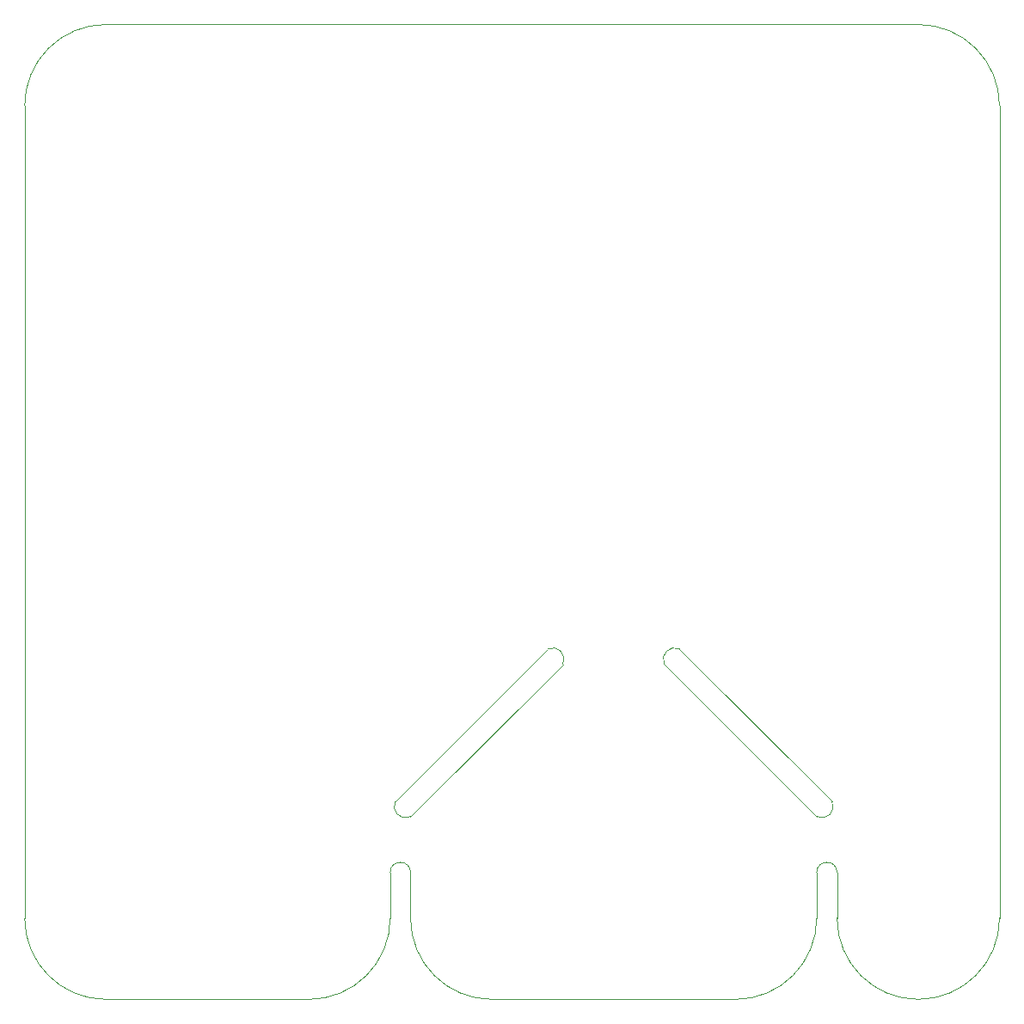
<source format=gbr>
G04 #@! TF.GenerationSoftware,KiCad,Pcbnew,(5.1.9)-1*
G04 #@! TF.CreationDate,2022-01-16T16:07:19+01:00*
G04 #@! TF.ProjectId,STM32F103C8T6,53544d33-3246-4313-9033-433854362e6b,rev?*
G04 #@! TF.SameCoordinates,Original*
G04 #@! TF.FileFunction,Profile,NP*
%FSLAX46Y46*%
G04 Gerber Fmt 4.6, Leading zero omitted, Abs format (unit mm)*
G04 Created by KiCad (PCBNEW (5.1.9)-1) date 2022-01-16 16:07:19*
%MOMM*%
%LPD*%
G01*
G04 APERTURE LIST*
G04 #@! TA.AperFunction,Profile*
%ADD10C,0.050000*%
G04 #@! TD*
G04 APERTURE END LIST*
D10*
X150000000Y-110000000D02*
X135000000Y-95000000D01*
X151499999Y-108500000D02*
G75*
G02*
X150000001Y-109999999I-999999J-500000D01*
G01*
X135000001Y-95000000D02*
G75*
G02*
X136499999Y-93500001I999999J500000D01*
G01*
X151500000Y-108500000D02*
X136500000Y-93500000D01*
X110000000Y-109999999D02*
G75*
G02*
X108500001Y-108500001I-500000J999999D01*
G01*
X123500000Y-93500001D02*
G75*
G02*
X124999999Y-94999999I500000J-999999D01*
G01*
X108500000Y-108500000D02*
X123500000Y-93500000D01*
X110000000Y-110000000D02*
X125000000Y-95000000D01*
X142000000Y-128000000D02*
X118000000Y-128000000D01*
X168000000Y-120000000D02*
G75*
G02*
X160000000Y-128000000I-8000000J0D01*
G01*
X100000000Y-128000000D02*
X80000000Y-128000000D01*
X108000000Y-120000000D02*
G75*
G02*
X100000000Y-128000000I-8000000J0D01*
G01*
X160000000Y-128000000D02*
G75*
G02*
X152000000Y-120000000I0J8000000D01*
G01*
X118000000Y-128000000D02*
G75*
G02*
X110000000Y-120000000I0J8000000D01*
G01*
X150000000Y-120000000D02*
G75*
G02*
X142000000Y-128000000I-8000000J0D01*
G01*
X80000000Y-128000000D02*
G75*
G02*
X72000000Y-120000000I0J8000000D01*
G01*
X150000000Y-115500000D02*
G75*
G02*
X152000000Y-115500000I1000000J0D01*
G01*
X108000000Y-115500000D02*
G75*
G02*
X110000000Y-115500000I1000000J0D01*
G01*
X152000000Y-120000000D02*
X152000000Y-115500000D01*
X108000000Y-120000000D02*
X108000000Y-115500000D01*
X110000000Y-120000000D02*
X110000000Y-115500000D01*
X150000000Y-120000000D02*
X150000000Y-115500000D01*
X160000000Y-32000000D02*
G75*
G02*
X168000000Y-40000000I0J-8000000D01*
G01*
X72000000Y-40000000D02*
G75*
G02*
X80000000Y-32000000I8000000J0D01*
G01*
X80000000Y-32000000D02*
X160000000Y-32000000D01*
X168000000Y-40000000D02*
X168000000Y-120000000D01*
X72000000Y-40000000D02*
X72000000Y-120000000D01*
M02*

</source>
